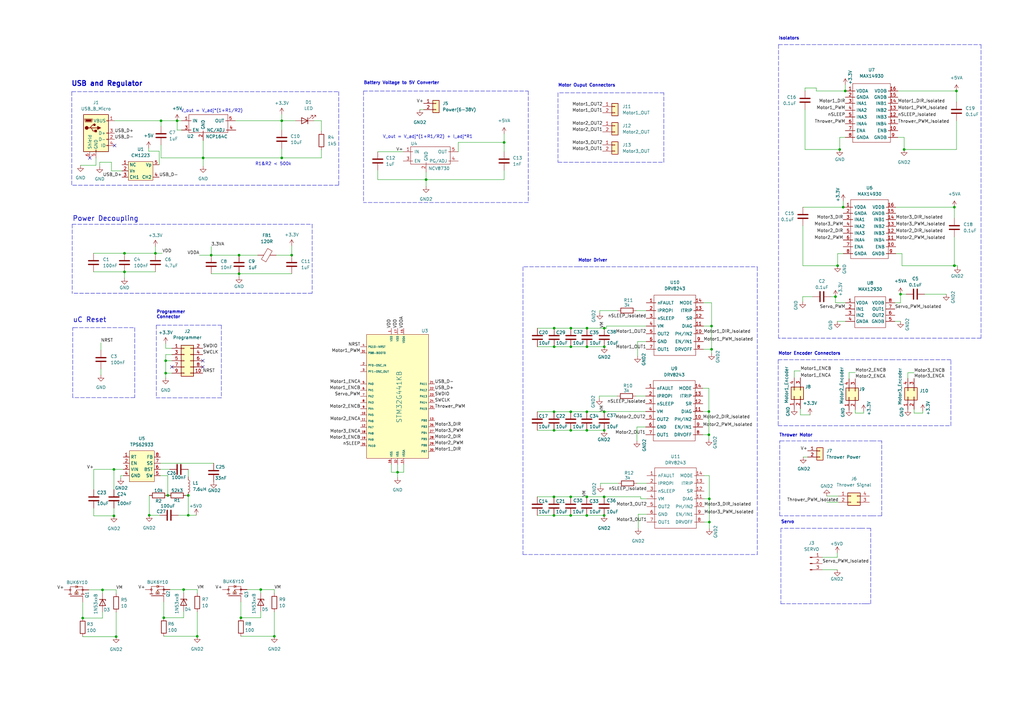
<source format=kicad_sch>
(kicad_sch (version 20211123) (generator eeschema)
  (paper "A3")
  (junction (at 370.8146 61.3156))
  (junction (at 290.9316 204.597))
  (junction (at 98.044 112.268))
  (junction (at 291.846 133.731))
  (junction (at 343.535 108.966))
  (junction (at 240.665 203.7842))
  (junction (at 51.054 103.886))
  (junction (at 240.7412 142.2146))
  (junction (at 83.312 64.77))
  (junction (at 67.945 147.955))
  (junction (at 47.625 261.112))
  (junction (at 234.1372 142.2146))
  (junction (at 247.777 203.7842))
  (junction (at 391.4394 108.966))
  (junction (at 72.644 49.53))
  (junction (at 80.899 260.985))
  (junction (at 227.2792 142.2146))
  (junction (at 290.957 214.122))
  (junction (at 115.57 49.53))
  (junction (at 345.821 84.963))
  (junction (at 42.037 241.935))
  (junction (at 369.3414 120.65))
  (junction (at 33.909 253.492))
  (junction (at 66.04 49.53))
  (junction (at 234.0864 168.8846))
  (junction (at 51.054 111.506))
  (junction (at 247.8532 134.5946))
  (junction (at 227.2792 134.5946))
  (junction (at 234.061 211.4042))
  (junction (at 247.8024 168.8846))
  (junction (at 391.4394 84.963))
  (junction (at 46.736 211.582))
  (junction (at 227.2284 168.8846))
  (junction (at 67.945 153.035))
  (junction (at 106.934 241.808))
  (junction (at 247.777 211.4042))
  (junction (at 291.846 143.256))
  (junction (at 391.4394 108.9406))
  (junction (at 63.754 103.886))
  (junction (at 67.183 253.365))
  (junction (at 112.522 260.985))
  (junction (at 119.634 104.648))
  (junction (at 290.7538 178.308))
  (junction (at 98.044 104.648))
  (junction (at 240.665 211.4042))
  (junction (at 234.061 203.7842))
  (junction (at 240.6904 176.5046))
  (junction (at 290.7538 168.783))
  (junction (at 392.2776 37.3126))
  (junction (at 234.1372 134.5946))
  (junction (at 247.8532 142.2146))
  (junction (at 227.2284 176.5046))
  (junction (at 206.756 58.42))
  (junction (at 344.3986 61.3156))
  (junction (at 174.752 73.66))
  (junction (at 46.736 192.532))
  (junction (at 234.0864 176.5046))
  (junction (at 247.8024 176.5046))
  (junction (at 240.7412 134.5946))
  (junction (at 163.068 193.675))
  (junction (at 68.834 203.2))
  (junction (at 227.203 203.7842))
  (junction (at 77.216 211.328))
  (junction (at 86.614 104.648))
  (junction (at 61.214 211.328))
  (junction (at 75.311 241.808))
  (junction (at 346.6846 37.3126))
  (junction (at 240.6904 168.8846))
  (junction (at 342.6714 121.666))
  (junction (at 77.216 203.2))
  (junction (at 227.203 211.4042))
  (junction (at 115.57 64.77))
  (junction (at 98.806 253.365))
  (no_connect (at 36.83 64.77))
  (no_connect (at 46.99 59.69))
  (no_connect (at 83.185 147.955))
  (no_connect (at 83.185 150.495))
  (no_connect (at 70.485 150.495))
  (wire (pts (xy 49.53 195.072) (xy 49.53 196.088)))
  (polyline (pts (xy 402.3614 138.684) (xy 319.3034 138.684)))
  (wire (pts (xy 374.904 169.418) (xy 378.46 169.418)))
  (wire (pts (xy 343.535 104.013) (xy 343.535 108.966)))
  (wire (pts (xy 334.8228 37.3126) (xy 334.8228 36.0934)))
  (polyline (pts (xy 353.06 216.662) (xy 355.092 216.662)))
  (wire (pts (xy 163.068 190.5) (xy 163.068 193.675)))
  (wire (pts (xy 98.044 112.268) (xy 119.634 112.268)))
  (wire (pts (xy 288.29 178.308) (xy 290.7538 178.308)))
  (polyline (pts (xy 216.662 83.058) (xy 149.098 83.058)))
  (wire (pts (xy 370.8146 61.3156) (xy 370.8146 56.3626)))
  (wire (pts (xy 260.9596 127.381) (xy 265.049 127.381)))
  (wire (pts (xy 240.6904 176.5046) (xy 247.8024 176.5046)))
  (wire (pts (xy 391.4394 84.963) (xy 391.4394 89.5096)))
  (wire (pts (xy 106.934 241.808) (xy 112.522 241.808)))
  (polyline (pts (xy 357.124 216.662) (xy 355.092 216.662)))
  (wire (pts (xy 392.7094 108.9406) (xy 392.7094 109.4486)))
  (wire (pts (xy 370.8146 61.3156) (xy 392.303 61.3156)))
  (wire (pts (xy 83.312 64.77) (xy 115.57 64.77)))
  (wire (pts (xy 119.634 100.838) (xy 119.634 104.648)))
  (wire (pts (xy 86.614 112.268) (xy 98.044 112.268)))
  (wire (pts (xy 290.7538 159.258) (xy 290.7538 168.783)))
  (wire (pts (xy 350.774 168.021) (xy 350.774 169.418)))
  (wire (pts (xy 163.068 193.675) (xy 163.068 195.834)))
  (wire (pts (xy 33.02 67.818) (xy 39.37 67.818)))
  (wire (pts (xy 66.04 59.436) (xy 66.04 64.77)))
  (wire (pts (xy 369.3414 120.65) (xy 371.6274 120.65)))
  (wire (pts (xy 240.7412 142.2146) (xy 247.8532 142.2146)))
  (wire (pts (xy 33.909 261.112) (xy 47.625 261.112)))
  (wire (pts (xy 329.311 84.963) (xy 345.821 84.963)))
  (wire (pts (xy 66.04 49.53) (xy 72.644 49.53)))
  (wire (pts (xy 262.7884 204.597) (xy 265.303 204.597)))
  (wire (pts (xy 367.0554 131.826) (xy 369.3414 131.826)))
  (polyline (pts (xy 237.1344 109.4486) (xy 214.503 109.4486)))
  (wire (pts (xy 165.608 190.5) (xy 165.608 193.675)))
  (wire (pts (xy 249.7074 168.8846) (xy 249.7074 168.783)))
  (wire (pts (xy 227.2284 168.8846) (xy 234.0864 168.8846)))
  (wire (pts (xy 379.2474 120.65) (xy 388.112 120.65)))
  (polyline (pts (xy 237.1598 227.4316) (xy 310.6166 227.4316)))
  (wire (pts (xy 372.364 152.908) (xy 374.904 152.908)))
  (polyline (pts (xy 319.151 147.574) (xy 319.151 174.625)))
  (wire (pts (xy 46.736 192.532) (xy 50.546 192.532)))
  (wire (pts (xy 206.756 58.42) (xy 206.756 62.23)))
  (wire (pts (xy 346.6846 37.3126) (xy 334.8228 37.3126)))
  (wire (pts (xy 253.1364 162.433) (xy 245.8212 162.433)))
  (wire (pts (xy 83.312 57.658) (xy 83.312 64.77)))
  (wire (pts (xy 39.37 67.818) (xy 39.37 64.77)))
  (wire (pts (xy 187.96 62.23) (xy 187.96 58.42)))
  (wire (pts (xy 76.454 203.2) (xy 77.216 203.2)))
  (wire (pts (xy 333.2734 121.666) (xy 329.2094 121.666)))
  (wire (pts (xy 378.46 169.418) (xy 378.46 168.529)))
  (wire (pts (xy 60.96 60.706) (xy 60.96 61.976)))
  (polyline (pts (xy 55.245 134.366) (xy 55.245 163.068)))
  (polyline (pts (xy 29.591 91.948) (xy 29.591 120.269)))
  (wire (pts (xy 288.798 204.597) (xy 290.9316 204.597)))
  (wire (pts (xy 75.311 241.808) (xy 80.899 241.808)))
  (wire (pts (xy 343.408 228.6) (xy 343.408 226.822)))
  (wire (pts (xy 174.752 73.66) (xy 154.94 73.66)))
  (wire (pts (xy 246.0244 127.381) (xy 246.0244 128.3716)))
  (wire (pts (xy 81.788 104.648) (xy 86.614 104.648)))
  (wire (pts (xy 206.756 54.864) (xy 206.756 58.42)))
  (polyline (pts (xy 138.938 37.592) (xy 138.938 75.946)))
  (polyline (pts (xy 355.092 247.65) (xy 357.124 247.65)))
  (wire (pts (xy 220.3704 168.8846) (xy 227.2284 168.8846)))
  (wire (pts (xy 253.5936 198.247) (xy 246.2784 198.247)))
  (wire (pts (xy 77.216 211.328) (xy 73.152 211.328)))
  (wire (pts (xy 337.312 233.68) (xy 343.408 233.68)))
  (wire (pts (xy 337.312 228.6) (xy 343.408 228.6)))
  (wire (pts (xy 38.481 211.582) (xy 46.736 211.582)))
  (wire (pts (xy 50.546 195.072) (xy 49.53 195.072)))
  (wire (pts (xy 38.354 111.506) (xy 51.054 111.506)))
  (polyline (pts (xy 29.464 37.592) (xy 138.938 37.592)))
  (wire (pts (xy 334.8228 36.0934) (xy 330.1746 36.0934)))
  (wire (pts (xy 46.99 49.53) (xy 66.04 49.53)))
  (wire (pts (xy 33.909 247.015) (xy 33.909 253.492)))
  (wire (pts (xy 227.2792 142.2146) (xy 234.1372 142.2146)))
  (wire (pts (xy 172.212 44.958) (xy 173.736 44.958)))
  (wire (pts (xy 261.239 175.133) (xy 264.795 175.133)))
  (wire (pts (xy 206.756 69.85) (xy 206.756 73.66)))
  (wire (pts (xy 220.4212 134.5946) (xy 227.2792 134.5946)))
  (wire (pts (xy 68.834 195.072) (xy 68.834 203.2)))
  (wire (pts (xy 392.303 37.3126) (xy 392.303 41.8592)))
  (wire (pts (xy 329.2094 121.666) (xy 329.2094 123.698)))
  (wire (pts (xy 96.52 49.53) (xy 115.57 49.53)))
  (polyline (pts (xy 138.938 75.946) (xy 29.464 75.946)))
  (wire (pts (xy 369.951 108.966) (xy 369.951 104.013)))
  (wire (pts (xy 290.7538 159.258) (xy 288.29 159.258)))
  (wire (pts (xy 368.2746 37.3126) (xy 392.2776 37.3126)))
  (wire (pts (xy 348.234 155.321) (xy 348.234 152.781)))
  (wire (pts (xy 247.8024 168.8846) (xy 249.7074 168.8846)))
  (wire (pts (xy 354.203 169.418) (xy 354.203 168.656)))
  (polyline (pts (xy 29.845 134.366) (xy 30.226 134.366)))
  (wire (pts (xy 290.7538 178.308) (xy 290.7538 180.1876)))
  (wire (pts (xy 325.755 154.94) (xy 325.755 152.146)))
  (wire (pts (xy 291.846 133.731) (xy 288.544 133.731)))
  (wire (pts (xy 248.7676 134.5946) (xy 248.7676 133.731)))
  (wire (pts (xy 288.798 214.122) (xy 290.957 214.122)))
  (wire (pts (xy 113.284 104.648) (xy 119.634 104.648)))
  (wire (pts (xy 290.9316 204.597) (xy 290.957 204.597)))
  (wire (pts (xy 342.6714 121.666) (xy 342.6714 124.206)))
  (wire (pts (xy 106.934 241.808) (xy 106.934 243.205)))
  (wire (pts (xy 67.945 145.415) (xy 70.485 145.415)))
  (wire (pts (xy 330.1746 36.0934) (xy 330.1746 37.3126)))
  (wire (pts (xy 392.303 49.4792) (xy 392.303 61.3156)))
  (wire (pts (xy 45.72 66.548) (xy 40.894 66.548)))
  (wire (pts (xy 115.57 49.53) (xy 115.57 53.34)))
  (wire (pts (xy 61.214 211.328) (xy 65.532 211.328)))
  (wire (pts (xy 369.951 108.966) (xy 391.4394 108.966)))
  (wire (pts (xy 345.821 82.3976) (xy 345.821 84.963)))
  (wire (pts (xy 262.7884 203.7842) (xy 262.7884 204.597)))
  (wire (pts (xy 106.934 253.365) (xy 98.806 253.365)))
  (wire (pts (xy 42.037 241.935) (xy 42.037 243.332)))
  (wire (pts (xy 290.7538 168.783) (xy 290.7538 178.308)))
  (wire (pts (xy 261.2136 198.247) (xy 265.303 198.247)))
  (polyline (pts (xy 214.503 227.4316) (xy 237.1852 227.4316)))
  (wire (pts (xy 261.493 140.081) (xy 265.049 140.081)))
  (wire (pts (xy 240.7412 134.5946) (xy 247.8532 134.5946)))
  (wire (pts (xy 220.3704 176.5046) (xy 227.2284 176.5046)))
  (wire (pts (xy 374.904 167.894) (xy 374.904 169.418)))
  (wire (pts (xy 330.1746 61.3156) (xy 344.3986 61.3156)))
  (wire (pts (xy 344.3986 56.3626) (xy 346.6846 56.3626)))
  (wire (pts (xy 288.29 168.783) (xy 290.7538 168.783)))
  (wire (pts (xy 288.544 124.206) (xy 291.846 124.206)))
  (wire (pts (xy 51.054 103.886) (xy 63.754 103.886)))
  (wire (pts (xy 83.312 64.77) (xy 83.312 68.199)))
  (wire (pts (xy 288.544 143.256) (xy 291.846 143.256)))
  (wire (pts (xy 330.1746 44.9326) (xy 330.1746 61.3156)))
  (polyline (pts (xy 361.6706 180.848) (xy 357.4034 180.848)))
  (polyline (pts (xy 357.124 247.65) (xy 357.124 216.662)))
  (wire (pts (xy 65.786 192.532) (xy 69.596 192.532)))
  (wire (pts (xy 65.786 195.072) (xy 68.834 195.072)))
  (wire (pts (xy 247.8532 134.5946) (xy 248.7676 134.5946)))
  (wire (pts (xy 67.945 142.875) (xy 70.485 142.875)))
  (wire (pts (xy 67.183 246.888) (xy 67.183 253.365)))
  (polyline (pts (xy 310.6166 109.4486) (xy 310.6166 227.4316)))
  (wire (pts (xy 391.4394 97.1296) (xy 391.4394 108.9406)))
  (wire (pts (xy 42.037 253.492) (xy 33.909 253.492)))
  (polyline (pts (xy 228.854 38.1) (xy 228.854 66.548)))
  (wire (pts (xy 66.04 64.77) (xy 83.312 64.77)))
  (polyline (pts (xy 29.845 163.068) (xy 29.845 134.366)))
  (wire (pts (xy 36.449 241.935) (xy 42.037 241.935)))
  (wire (pts (xy 291.846 143.256) (xy 291.846 133.731)))
  (wire (pts (xy 391.4394 108.9406) (xy 391.4394 108.966)))
  (wire (pts (xy 163.068 193.675) (xy 165.608 193.675)))
  (wire (pts (xy 392.2776 37.3126) (xy 392.303 37.3126)))
  (wire (pts (xy 290.9316 195.072) (xy 288.798 195.072)))
  (wire (pts (xy 61.214 203.2) (xy 61.214 211.328)))
  (wire (pts (xy 290.957 214.122) (xy 290.957 216.789)))
  (wire (pts (xy 367.0554 124.206) (xy 369.3414 124.206)))
  (wire (pts (xy 240.665 211.4042) (xy 247.777 211.4042)))
  (wire (pts (xy 234.061 203.7842) (xy 240.665 203.7842)))
  (wire (pts (xy 369.3414 124.206) (xy 369.3414 120.65)))
  (wire (pts (xy 67.945 153.035) (xy 70.485 153.035)))
  (polyline (pts (xy 64.135 133.35) (xy 90.805 133.35)))
  (polyline (pts (xy 319.151 147.574) (xy 366.649 147.574)))
  (wire (pts (xy 291.846 133.731) (xy 291.846 124.206)))
  (wire (pts (xy 227.203 203.7842) (xy 234.061 203.7842)))
  (wire (pts (xy 247.777 203.7842) (xy 262.7884 203.7842)))
  (wire (pts (xy 346.6846 34.798) (xy 346.6846 37.3126)))
  (wire (pts (xy 65.786 189.992) (xy 87.63 189.992)))
  (wire (pts (xy 340.8934 121.666) (xy 342.6714 121.666)))
  (wire (pts (xy 240.665 203.7842) (xy 247.777 203.7842)))
  (wire (pts (xy 220.345 211.4042) (xy 227.203 211.4042)))
  (wire (pts (xy 339.09 203.454) (xy 343.916 203.454)))
  (polyline (pts (xy 320.294 247.65) (xy 353.06 247.65)))
  (wire (pts (xy 67.945 147.955) (xy 67.945 145.415)))
  (wire (pts (xy 367.411 104.013) (xy 369.951 104.013)))
  (polyline (pts (xy 29.464 37.592) (xy 29.464 75.946)))
  (wire (pts (xy 367.411 84.963) (xy 391.4394 84.963)))
  (wire (pts (xy 86.614 104.648) (xy 98.044 104.648)))
  (wire (pts (xy 67.945 154.94) (xy 67.945 153.035)))
  (wire (pts (xy 290.957 204.597) (xy 290.957 214.122)))
  (wire (pts (xy 63.754 101.092) (xy 63.754 103.886)))
  (wire (pts (xy 66.04 49.53) (xy 66.04 51.816)))
  (wire (pts (xy 67.945 153.035) (xy 67.945 147.955)))
  (wire (pts (xy 174.752 70.612) (xy 174.752 73.66)))
  (wire (pts (xy 328.295 170.18) (xy 332.232 170.18)))
  (wire (pts (xy 131.826 49.53) (xy 131.826 53.848)))
  (wire (pts (xy 75.311 241.808) (xy 75.311 243.205)))
  (polyline (pts (xy 390.017 147.574) (xy 366.649 147.574)))
  (wire (pts (xy 115.57 49.53) (xy 121.158 49.53)))
  (wire (pts (xy 260.7564 162.433) (xy 264.795 162.433)))
  (polyline (pts (xy 272.288 66.548) (xy 272.288 38.1)))
  (polyline (pts (xy 319.151 174.625) (xy 390.017 174.625)))
  (wire (pts (xy 325.755 152.146) (xy 328.295 152.146)))
  (wire (pts (xy 234.1372 134.5946) (xy 240.7412 134.5946)))
  (wire (pts (xy 46.736 208.407) (xy 46.736 211.582)))
  (wire (pts (xy 261.493 140.081) (xy 261.493 146.1008)))
  (wire (pts (xy 67.945 140.97) (xy 67.945 142.875)))
  (wire (pts (xy 261.747 210.947) (xy 261.747 216.662)))
  (wire (pts (xy 329.311 108.966) (xy 343.535 108.966)))
  (wire (pts (xy 77.216 192.532) (xy 77.216 195.58)))
  (wire (pts (xy 47.625 241.935) (xy 47.625 243.459)))
  (wire (pts (xy 131.826 64.77) (xy 115.57 64.77)))
  (wire (pts (xy 115.57 60.96) (xy 115.57 64.77)))
  (wire (pts (xy 343.4334 131.826) (xy 346.7354 131.826)))
  (polyline (pts (xy 320.04 180.848) (xy 357.632 180.848)))
  (polyline (pts (xy 272.288 38.1) (xy 228.854 38.1)))
  (wire (pts (xy 329.438 187.452) (xy 331.216 187.452)))
  (polyline (pts (xy 319.3034 18.288) (xy 319.3034 138.684)))
  (polyline (pts (xy 30.226 134.366) (xy 55.245 134.366)))
  (wire (pts (xy 67.945 147.955) (xy 70.485 147.955)))
  (wire (pts (xy 72.644 53.34) (xy 74.422 53.34)))
  (polyline (pts (xy 128.016 120.269) (xy 29.591 120.269)))
  (wire (pts (xy 290.9316 204.597) (xy 290.9316 195.072)))
  (polyline (pts (xy 149.098 37.338) (xy 216.662 37.338)))
  (wire (pts (xy 98.044 112.268) (xy 98.044 113.538)))
  (wire (pts (xy 86.614 101.092) (xy 86.614 104.648)))
  (wire (pts (xy 131.826 61.468) (xy 131.826 64.77)))
  (wire (pts (xy 160.528 193.675) (xy 163.068 193.675)))
  (wire (pts (xy 220.4212 142.2146) (xy 227.2792 142.2146)))
  (polyline (pts (xy 319.3034 18.288) (xy 402.3614 18.288)))
  (wire (pts (xy 368.2746 56.3626) (xy 370.8146 56.3626)))
  (wire (pts (xy 50.038 70.104) (xy 45.72 70.104)))
  (wire (pts (xy 38.354 103.886) (xy 51.054 103.886)))
  (wire (pts (xy 227.2792 134.5946) (xy 234.1372 134.5946)))
  (wire (pts (xy 253.3396 127.381) (xy 246.0244 127.381)))
  (wire (pts (xy 67.183 260.985) (xy 80.899 260.985)))
  (polyline (pts (xy 214.503 109.4486) (xy 214.503 227.4316)))
  (wire (pts (xy 42.037 250.952) (xy 42.037 253.492)))
  (polyline (pts (xy 228.854 66.548) (xy 272.288 66.548)))
  (wire (pts (xy 261.239 175.133) (xy 261.239 180.848)))
  (wire (pts (xy 38.481 208.407) (xy 38.481 211.582)))
  (polyline (pts (xy 90.805 133.35) (xy 90.805 163.195)))
  (polyline (pts (xy 355.092 247.65) (xy 353.06 247.65)))
  (wire (pts (xy 47.625 261.112) (xy 47.625 251.079)))
  (wire (pts (xy 45.72 70.104) (xy 45.72 66.548)))
  (wire (pts (xy 344.3986 56.3626) (xy 344.3986 61.3156)))
  (wire (pts (xy 342.6714 124.206) (xy 346.7354 124.206)))
  (wire (pts (xy 98.806 246.888) (xy 98.806 253.365)))
  (wire (pts (xy 75.311 253.365) (xy 67.183 253.365)))
  (polyline (pts (xy 216.662 37.338) (xy 216.662 83.058)))
  (wire (pts (xy 348.234 152.781) (xy 350.774 152.781)))
  (wire (pts (xy 227.2284 176.5046) (xy 234.0864 176.5046)))
  (wire (pts (xy 72.644 53.34) (xy 72.644 49.53)))
  (polyline (pts (xy 353.06 216.662) (xy 320.294 216.662)))
  (wire (pts (xy 343.535 104.013) (xy 345.821 104.013)))
  (wire (pts (xy 234.061 211.4042) (xy 240.665 211.4042)))
  (wire (pts (xy 75.311 250.825) (xy 75.311 253.365)))
  (wire (pts (xy 41.402 140.589) (xy 41.402 143.637)))
  (wire (pts (xy 72.644 49.53) (xy 74.422 49.53)))
  (polyline (pts (xy 390.017 174.625) (xy 390.017 147.574)))
  (wire (pts (xy 112.522 260.985) (xy 112.522 250.952)))
  (polyline (pts (xy 29.591 91.948) (xy 128.016 91.948)))
  (wire (pts (xy 234.0864 176.5046) (xy 240.6904 176.5046)))
  (wire (pts (xy 261.747 210.947) (xy 265.303 210.947)))
  (wire (pts (xy 245.8212 162.433) (xy 245.8212 163.4236)))
  (wire (pts (xy 98.044 104.648) (xy 105.664 104.648)))
  (wire (pts (xy 234.1372 142.2146) (xy 240.7412 142.2146)))
  (wire (pts (xy 350.774 169.418) (xy 354.203 169.418)))
  (wire (pts (xy 101.346 241.808) (xy 106.934 241.808)))
  (wire (pts (xy 60.96 61.976) (xy 65.278 61.976)))
  (wire (pts (xy 80.899 260.985) (xy 80.899 250.952)))
  (wire (pts (xy 38.481 200.787) (xy 38.481 192.532)))
  (wire (pts (xy 65.278 61.976) (xy 65.278 67.564)))
  (polyline (pts (xy 319.786 180.848) (xy 320.04 180.848)))
  (polyline (pts (xy 357.6574 211.582) (xy 361.6706 211.582)))
  (polyline (pts (xy 237.1598 109.4486) (xy 310.6166 109.4486)))
  (polyline (pts (xy 320.294 216.662) (xy 320.294 247.65)))
  (wire (pts (xy 291.846 145.0086) (xy 291.846 143.256)))
  (wire (pts (xy 80.899 241.808) (xy 80.899 243.332)))
  (wire (pts (xy 106.934 250.825) (xy 106.934 253.365)))
  (polyline (pts (xy 357.632 211.582) (xy 319.786 211.582)))
  (wire (pts (xy 41.402 151.257) (xy 41.402 153.797)))
  (wire (pts (xy 372.364 155.194) (xy 372.364 152.908)))
  (polyline (pts (xy 64.135 133.35) (xy 64.135 163.195)))
  (wire (pts (xy 328.295 167.64) (xy 328.295 170.18)))
  (wire (pts (xy 115.57 46.863) (xy 115.57 49.53)))
  (wire (pts (xy 63.754 103.886) (xy 66.548 103.886)))
  (polyline (pts (xy 128.016 91.948) (xy 128.016 120.269)))
  (wire (pts (xy 154.94 62.23) (xy 165.354 62.23)))
  (wire (pts (xy 128.778 49.53) (xy 131.826 49.53)))
  (polyline (pts (xy 90.805 163.195) (xy 64.135 163.195)))
  (polyline (pts (xy 55.245 163.068) (xy 29.845 163.068)))
  (wire (pts (xy 38.481 192.532) (xy 46.736 192.532)))
  (wire (pts (xy 112.522 241.808) (xy 112.522 243.332)))
  (wire (pts (xy 51.054 111.506) (xy 51.054 114.046)))
  (wire (pts (xy 40.894 66.548) (xy 40.894 68.326)))
  (polyline (pts (xy 361.6706 211.582) (xy 361.6706 180.848)))
  (wire (pts (xy 174.752 73.66) (xy 206.756 73.66)))
  (wire (pts (xy 187.96 58.42) (xy 206.756 58.42)))
  (wire (pts (xy 42.037 241.935) (xy 47.625 241.935)))
  (wire (pts (xy 339.09 205.994) (xy 343.916 205.994)))
  (polyline (pts (xy 149.098 37.338) (xy 149.098 83.058)))
  (polyline (pts (xy 319.786 211.582) (xy 319.786 180.848)))
  (wire (pts (xy 46.736 192.532) (xy 46.736 200.787)))
  (wire (pts (xy 240.6904 168.8846) (xy 247.8024 168.8846)))
  (wire (pts (xy 234.0864 168.8846) (xy 240.6904 168.8846)))
  (wire (pts (xy 51.054 111.506) (xy 63.754 111.506)))
  (wire (pts (xy 77.216 211.328) (xy 80.518 211.328)))
  (wire (pts (xy 227.203 211.4042) (xy 234.061 211.4042)))
  (wire (pts (xy 220.345 203.7842) (xy 227.203 203.7842)))
  (wire (pts (xy 329.311 92.583) (xy 329.311 108.966)))
  (wire (pts (xy 248.7676 133.731) (xy 265.049 133.731)))
  (wire (pts (xy 246.2784 198.247) (xy 246.2784 199.2376)))
  (wire (pts (xy 249.7074 168.783) (xy 264.795 168.783)))
  (wire (pts (xy 391.4394 108.9406) (xy 392.7094 108.9406)))
  (wire (pts (xy 174.752 73.66) (xy 174.752 76.454)))
  (wire (pts (xy 160.528 190.5) (xy 160.528 193.675)))
  (wire (pts (xy 69.723 241.808) (xy 75.311 241.808)))
  (polyline (pts (xy 402.3614 18.288) (xy 402.3614 138.684)))
  (wire (pts (xy 154.94 73.66) (xy 154.94 69.85)))
  (wire (pts (xy 77.216 203.2) (xy 77.216 211.328)))
  (wire (pts (xy 98.806 260.985) (xy 112.522 260.985)))
  (text "Power Decoupling" (at 29.718 90.932 0) (effects (font (size 2 2) (thickness 0.254) bold) (justify left bottom)))
  (text "Isolators\n" (at 319.278 16.51 0) (effects (font (size 1.27 1.27) bold) (justify left bottom)))
  (text "USB and Regulator\n" (at 29.21 35.56 0) (effects (font (size 2 2) (thickness 0.4) bold) (justify left bottom)))
  (text "Motor Driver" (at 237.0836 107.5944 0) (effects (font (size 1.27 1.27) bold) (justify left bottom)))
  (text "Servo\n" (at 320.294 214.884 0) (effects (font (size 1.27 1.27) bold) (justify left bottom)))
  (text "Motor Encoder Connectors" (at 319.151 145.796 0) (effects (font (size 1.27 1.27) bold) (justify left bottom)))
  (text "uC Reset\n" (at 29.845 132.461 0) (effects (font (size 2 2) (thickness 0.254) bold) (justify left bottom)))
  (text "Battery Voltage to 5V Converter" (at 149.098 34.798 0) (effects (font (size 1.27 1.27) (thickness 0.254) bold) (justify left bottom)))
  (text "R1&R2 < 500k" (at 104.648 68.072 0) (effects (font (size 1.27 1.27)) (justify left bottom)))
  (text "V_out = V_adj*(1+R1/R2) + I_adj*R1" (at 156.972 56.896 0) (effects (font (size 1.27 1.27)) (justify left bottom)))
  (text "Motor Ouput Connectors\n" (at 228.854 35.814 0) (effects (font (size 1.27 1.27) (thickness 0.254) bold) (justify left bottom)))
  (text "V_out = V_adj*(1+R1/R2)" (at 74.168 46.228 0) (effects (font (size 1.27 1.27)) (justify left bottom)))
  (text "Thrower Motor\n	" (at 319.532 181.356 0) (effects (font (size 1.27 1.27) bold) (justify left bottom)))
  (text "Programmer\nConnector" (at 64.135 130.81 0) (effects (font (size 1.27 1.27) (thickness 0.254) bold) (justify left bottom)))
  (label "Motor1_PWM" (at 346.6846 45.1866 180))
  (label "Thrower_PWM_Isolated" (at 343.916 205.994 180))
  (label "Motor1_DIR" (at 346.6846 42.3926 180))
  (label "SWCLK" (at 178.308 165.1 0))
  (label "Motor3_ENCA" (at 374.904 155.194 0))
  (label "Motor2_OUT1" (at 264.795 178.308 180))
  (label "Motor1_DIR_Isolated" (at 288.544 136.906 0))
  (label "SWDIO" (at 178.308 162.56 0))
  (label "Motor3_DIR" (at 178.308 175.006 0))
  (label "Motor3_DIR_Isolated" (at 367.411 90.043 0))
  (label "Motor2_ENCB" (at 147.828 167.64 180))
  (label "Thrower_PWM" (at 346.6846 50.7746 180))
  (label "Motor3_ENCB" (at 147.828 180.34 180))
  (label "VDDA" (at 165.608 134.62 90))
  (label "SWDIO" (at 83.185 142.875 0))
  (label "USB_D+" (at 178.308 160.02 0))
  (label "Motor3_ENCB" (at 374.904 152.908 0))
  (label "Motor1_OUT1" (at 265.049 143.256 180))
  (label "VM" (at 47.625 241.935 0))
  (label "NRST" (at 83.185 153.035 0))
  (label "Motor3_PWM_Isolated" (at 288.798 210.947 0))
  (label "Motor1_OUT1" (at 247.142 46.228 180))
  (label "Motor1_ENCB" (at 147.828 160.02 180))
  (label "V+" (at 38.481 192.5574 180))
  (label "Motor2_OUT2" (at 264.795 171.958 180))
  (label "VM" (at 112.522 241.808 0))
  (label "Motor3_DIR_Isolated" (at 288.798 207.772 0))
  (label "Motor2_ENCB" (at 350.774 152.781 0))
  (label "VM" (at 80.899 241.808 0))
  (label "Motor1_PWM_Isolated" (at 288.544 140.081 0))
  (label "Motor2_DIR" (at 178.308 180.086 0))
  (label "NRST" (at 147.828 142.24 180))
  (label "Motor2_OUT2" (at 247.142 51.562 180))
  (label "SWCLK" (at 83.185 145.415 0))
  (label "nSLEEP" (at 346.6846 47.9806 180))
  (label "V+" (at 173.736 42.418 180))
  (label "Motor3_ENCA" (at 147.828 177.8 180))
  (label "Motor2_PWM" (at 345.821 98.425 180))
  (label "Motor2_DIR_Isolated" (at 367.411 95.631 0))
  (label "Motor1_ENCB" (at 328.295 152.146 0))
  (label "V+" (at 26.289 241.935 180))
  (label "Thrower_PWM" (at 178.308 167.64 0))
  (label "Motor3_DIR" (at 345.821 90.043 180))
  (label "VM" (at 247.8024 168.8846 90))
  (label "VDD" (at 160.528 134.62 90))
  (label "Thrower_PWM_Isolated" (at 368.2746 50.7746 0))
  (label "VDD" (at 163.068 134.62 90))
  (label "V+" (at 91.186 241.808 180))
  (label "USB_D-" (at 65.278 72.644 0))
  (label "Motor1_DIR_Isolated" (at 368.2746 42.3926 0))
  (label "V+" (at 165.354 62.23 180))
  (label "Motor2_OUT1" (at 247.142 54.102 180))
  (label "Motor3_OUT2" (at 265.303 207.772 180))
  (label "nSLEEP" (at 147.828 182.88 180))
  (label "Servo_PWM" (at 147.828 162.56 180))
  (label "Motor1_DIR" (at 178.308 185.166 0))
  (label "USB_D-" (at 46.99 57.15 0))
  (label "Motor1_OUT2" (at 247.142 43.688 180))
  (label "nSLEEP_Isolated" (at 264.795 165.608 180))
  (label "USB_D-" (at 178.308 157.48 0))
  (label "Motor3_PWM" (at 178.308 177.546 0))
  (label "Motor2_ENCA" (at 147.828 172.72 180))
  (label "Motor1_ENCA" (at 328.295 154.94 0))
  (label "VDDA" (at 81.788 104.648 180))
  (label "USB_D+" (at 46.99 54.61 0))
  (label "Motor2_DIR_Isolated" (at 288.29 171.958 0))
  (label "Motor2_PWM_Isolated" (at 367.411 98.425 0))
  (label "3.3VA" (at 86.614 101.092 0))
  (label "nSLEEP_Isolated" (at 368.2746 47.9806 0))
  (label "Motor1_PWM" (at 147.828 144.78 180))
  (label "nSLEEP_Isolated" (at 265.303 201.422 180))
  (label "VDD" (at 66.548 103.886 0))
  (label "VM" (at 240.6396 203.7842 90))
  (label "Servo_PWM_Isolated" (at 337.312 231.14 0))
  (label "Motor3_OUT2" (at 247.142 59.436 180))
  (label "Motor1_OUT2" (at 265.049 136.906 180))
  (label "Motor3_OUT1" (at 265.303 214.122 180))
  (label "Motor3_OUT1" (at 247.142 61.976 180))
  (label "Motor2_ENCA" (at 350.774 155.321 0))
  (label "VM" (at 247.8532 134.5946 90))
  (label "V+" (at 331.216 184.912 180))
  (label "Motor2_PWM_Isolated" (at 288.29 175.133 0))
  (label "NRST" (at 41.402 140.589 0))
  (label "Motor1_PWM_Isolated" (at 368.2746 45.1866 0))
  (label "Motor3_PWM_Isolated" (at 367.411 92.837 0))
  (label "USB_D+" (at 50.038 72.644 180))
  (label "nSLEEP_Isolated" (at 265.049 130.556 180))
  (label "Motor1_ENCA" (at 147.828 157.48 180))
  (label "Servo_PWM_Isolated" (at 367.0554 126.746 0))
  (label "Motor2_PWM" (at 178.308 182.626 0))
  (label "Motor3_PWM" (at 345.821 92.837 180))
  (label "Servo_PWM" (at 346.7354 126.746 180))
  (label "V+" (at 59.563 241.808 180))
  (label "Motor2_DIR" (at 345.821 95.631 180))
  (symbol (lib_id "Device:C") (at 63.754 107.696 0) (unit 1)
    (property "Reference" "C6" (at 67.564 106.4259 0) (effects (justify left)))
    (property "Value" "4.7uF" (at 67.564 108.9659 0) (effects (justify left)))
    (property "Footprint" "Capacitor_SMD:C_0603_1608Metric" (effects hide))
  )
  (symbol (lib_id "Device:C") (at 234.0864 172.6946 0) (unit 1)
    (property "Reference" "C31" (at 235.1024 170.4086 0) (effects (justify left)))
    (property "Value" "10uF" (at 234.8484 174.9806 0) (effects (justify left)))
    (property "Footprint" "Capacitor_SMD:C_0603_1608Metric" (effects hide))
  )
  (symbol (lib_id "Device:C") (at 73.406 192.532 90) (unit 1)
    (property "Reference" "C26" (at 70.358 194.056 90))
    (property "Value" "100nF" (at 73.406 195.834 90))
    (property "Footprint" "Capacitor_SMD:C_0603_1608Metric" (effects hide))
  )
  (symbol (lib_id "power:GND") (at 41.402 153.797 0) (unit 1)
    (property "Reference" "#PWR0107" (effects hide))
    (property "Value" "GND" (at 41.402 158.877 0))
  )
  (symbol (lib_id "power:GND2") (at 47.625 261.112 0) (unit 1)
    (property "Reference" "#PWR02" (effects hide))
    (property "Value" "GND2" (at 47.625 266.319 0))
  )
  (symbol (lib_id "Connector_Generic:Conn_02x02_Counter_Clockwise") (at 372.364 162.814 90) (unit 1)
    (property "Reference" "J10" (at 377.19 160.2739 90) (effects (justify right)))
    (property "Value" "Motor3_Encoder" (at 369.062 150.876 0) (effects (justify right)))
    (property "Footprint" "Micro-MaTch215079-4:TE_7-215079-4" (effects hide))
  )
  (symbol (lib_id "Device:R") (at 257.4036 198.247 90) (unit 1)
    (property "Reference" "R12" (at 257.9878 194.0052 90))
    (property "Value" "3k" (at 257.429 195.9864 90))
    (property "Footprint" "Resistor_SMD:R_0603_1608Metric" (effects hide))
  )
  (symbol (lib_id "Device:LED") (at 124.968 49.53 180) (unit 1)
    (property "Reference" "D1" (at 126.5555 41.91 0))
    (property "Value" "LED" (at 126.5555 44.45 0))
    (property "Footprint" "LED_SMD:LED_0603_1608Metric" (effects hide))
  )
  (symbol (lib_id "DRV8243:DRV8243") (at 268.478 216.662 0) (unit 1)
    (property "Reference" "U11" (at 277.0505 187.2488 0))
    (property "Value" "DRV8243" (at 277.0505 189.7888 0))
    (property "Footprint" "DRV8243:DRV8243" (effects hide))
  )
  (symbol (lib_id "Device:C") (at 38.354 107.696 0) (unit 1)
    (property "Reference" "C1" (at 42.164 106.4259 0) (effects (justify left)))
    (property "Value" "100nF" (at 42.164 108.9659 0) (effects (justify left)))
    (property "Footprint" "Capacitor_SMD:C_0603_1608Metric" (effects hide))
  )
  (symbol (lib_id "power:GND") (at 325.755 167.64 0) (unit 1)
    (property "Reference" "#PWR0128" (effects hide))
    (property "Value" "GND" (at 323.215 168.783 90))
  )
  (symbol (lib_id "Device:C") (at 240.665 207.5942 0) (unit 1)
    (property "Reference" "C33" (at 241.681 205.5622 0) (effects (justify left)))
    (property "Value" "10uF" (at 241.681 209.8802 0) (effects (justify left)))
    (property "Footprint" "Capacitor_SMD:C_0603_1608Metric" (effects hide))
  )
  (symbol (lib_id "power:GND") (at 344.3986 61.3156 0) (unit 1)
    (property "Reference" "#PWR0102" (effects hide))
    (property "Value" "GND" (at 344.4494 65.405 0))
  )
  (symbol (lib_id "NCP164C:NCP164C") (at 77.47 54.356 0) (unit 1)
    (property "Reference" "U2" (at 78.105 55.88 0))
    (property "Value" "NCP164C" (at 88.8492 56.007 0))
    (property "Footprint" "NCP164C:SOP95P275X110-5N" (effects hide))
  )
  (symbol (lib_id "BUK6Y10:BUK6Y10") (at 96.266 241.808 90) (unit 1)
    (property "Reference" "Q3" (at 101.092 243.84 0))
    (property "Value" "BUK6Y10" (at 95.758 238.506 90))
    (property "Footprint" "BUK6Y10:TO127P600X120-5N" (effects hide))
  )
  (symbol (lib_id "Device:C") (at 87.63 193.802 0) (unit 1)
    (property "Reference" "C25" (at 88.392 191.516 0) (effects (justify left)))
    (property "Value" "33nF" (at 88.138 196.088 0) (effects (justify left)))
    (property "Footprint" "Capacitor_SMD:C_0603_1608Metric" (effects hide))
  )
  (symbol (lib_id "power:GND") (at 348.234 168.021 0) (unit 1)
    (property "Reference" "#PWR0114" (effects hide))
    (property "Value" "GND" (at 345.694 169.164 90))
  )
  (symbol (lib_id "Connector_Generic:Conn_01x02") (at 178.816 42.418 0) (unit 1)
    (property "Reference" "J5" (at 181.483 42.4179 0) (effects (justify left)))
    (property "Value" "Power(6-38V)" (at 181.483 44.9579 0) (effects (justify left)))
    (property "Footprint" "Connector_PinHeader_2.54mm:PinHeader_1x02_P2.54mm_Vertical_SMD_Pin1Right" (effects hide))
  )
  (symbol (lib_id "power:+5VA") (at 206.756 54.864 0) (unit 1)
    (property "Reference" "#PWR023" (effects hide))
    (property "Value" "+5VA" (at 206.756 49.4538 0))
  )
  (symbol (lib_id "Device:C") (at 154.94 66.04 0) (unit 1)
    (property "Reference" "C12" (at 158.242 64.7699 0) (effects (justify left)))
    (property "Value" "1uF" (at 158.242 67.3099 0) (effects (justify left)))
    (property "Footprint" "Capacitor_SMD:C_0603_1608Metric" (effects hide))
  )
  (symbol (lib_id "power:+3.3V") (at 346.6846 34.798 0) (mirror y) (unit 1)
    (property "Reference" "#PWR0124" (effects hide))
    (property "Value" "+3.3V" (at 348.7166 31.75 90))
  )
  (symbol (lib_id "Device:C") (at 330.1746 41.1226 0) (mirror x) (unit 1)
    (property "Reference" "C16" (at 326.6186 39.8525 0) (effects (justify right)))
    (property "Value" "0.1uF" (at 326.6186 42.3925 0) (effects (justify right)))
    (property "Footprint" "Capacitor_SMD:C_0603_1608Metric" (effects hide))
  )
  (symbol (lib_id "Device:C") (at 392.303 45.6692 180) (unit 1)
    (property "Reference" "C19" (at 395.986 44.3991 0) (effects (justify right)))
    (property "Value" "0.1uF" (at 395.986 46.9391 0) (effects (justify right)))
    (property "Footprint" "Capacitor_SMD:C_0603_1608Metric" (effects hide))
  )
  (symbol (lib_id "power:GND") (at 83.312 68.199 0) (unit 1)
    (property "Reference" "#PWR0108" (effects hide))
    (property "Value" "GND" (at 83.312 73.279 0))
  )
  (symbol (lib_id "Device:C") (at 234.1372 138.4046 0) (unit 1)
    (property "Reference" "C32" (at 235.1532 136.1186 0) (effects (justify left)))
    (property "Value" "10uF" (at 234.8992 140.6906 0) (effects (justify left)))
    (property "Footprint" "Capacitor_SMD:C_0603_1608Metric" (effects hide))
  )
  (symbol (lib_id "power:GND2") (at 329.438 187.452 0) (unit 1)
    (property "Reference" "#PWR022" (effects hide))
    (property "Value" "GND2" (at 329.692 192.278 0))
  )
  (symbol (lib_id "Device:R") (at 131.826 57.658 0) (unit 1)
    (property "Reference" "R4" (at 134.366 56.3879 0) (effects (justify left)))
    (property "Value" "1k5" (at 134.366 58.9279 0) (effects (justify left)))
    (property "Footprint" "Resistor_SMD:R_0603_1608Metric" (effects hide))
  )
  (symbol (lib_id "power:GND2") (at 246.0244 128.3716 0) (mirror y) (unit 1)
    (property "Reference" "#PWR016" (effects hide))
    (property "Value" "GND2" (at 243.4844 129.667 90))
  )
  (symbol (lib_id "power:+3.3V") (at 119.634 100.838 0) (unit 1)
    (property "Reference" "#PWR0115" (effects hide))
    (property "Value" "+3.3V" (at 119.634 96.266 0))
  )
  (symbol (lib_id "Device:C") (at 227.2284 172.6946 0) (unit 1)
    (property "Reference" "C22" (at 227.9904 170.6626 0) (effects (justify left)))
    (property "Value" "10uF" (at 227.9904 174.9806 0) (effects (justify left)))
    (property "Footprint" "Capacitor_SMD:C_0603_1608Metric" (effects hide))
  )
  (symbol (lib_id "Device:C") (at 391.4394 93.3196 180) (unit 1)
    (property "Reference" "C18" (at 395.1224 92.0495 0) (effects (justify right)))
    (property "Value" "0.1uF" (at 395.1224 94.5895 0) (effects (justify right)))
    (property "Footprint" "Capacitor_SMD:C_0603_1608Metric" (effects hide))
  )
  (symbol (lib_id "power:+3.3V") (at 67.945 140.97 0) (unit 1)
    (property "Reference" "#PWR0120" (effects hide))
    (property "Value" "+3.3V" (at 67.945 136.398 0))
  )
  (symbol (lib_id "power:+3.3V") (at 332.232 170.18 0) (mirror y) (unit 1)
    (property "Reference" "#PWR0119" (effects hide))
    (property "Value" "+3.3V" (at 332.232 165.354 0))
  )
  (symbol (lib_id "Connector_Generic:Conn_02x02_Counter_Clockwise") (at 348.234 162.941 90) (unit 1)
    (property "Reference" "J9" (at 352.298 159.639 90) (effects (justify right)))
    (property "Value" "Motor2_Encoder" (at 345.186 150.495 0) (effects (justify right)))
    (property "Footprint" "Micro-MaTch215079-4:TE_7-215079-4" (effects hide))
  )
  (symbol (lib_id "Device:C") (at 51.054 107.696 0) (unit 1)
    (property "Reference" "C4" (at 54.864 106.4259 0) (effects (justify left)))
    (property "Value" "100nF" (at 54.864 108.9659 0) (effects (justify left)))
    (property "Footprint" "Capacitor_SMD:C_0603_1608Metric" (effects hide))
  )
  (symbol (lib_id "Connector_Generic:Conn_01x02") (at 336.296 184.912 0) (unit 1)
    (property "Reference" "J7" (at 338.9376 184.9119 0) (effects (justify left)))
    (property "Value" "Thrower Power" (at 338.9376 187.4519 0) (effects (justify left)))
    (property "Footprint" "Connector_PinHeader_2.54mm:PinHeader_1x02_P2.54mm_Vertical_SMD_Pin1Right" (effects hide))
  )
  (symbol (lib_id "power:GND2") (at 343.408 233.68 0) (unit 1)
    (property "Reference" "#PWR05" (effects hide))
    (property "Value" "GND2" (at 343.3064 237.4646 0))
  )
  (symbol (lib_id "Device:C") (at 98.044 108.458 0) (unit 1)
    (property "Reference" "C9" (at 101.854 107.1879 0) (effects (justify left)))
    (property "Value" "1uF" (at 101.854 109.7279 0) (effects (justify left)))
    (property "Footprint" "Capacitor_SMD:C_0603_1608Metric" (effects hide))
  )
  (symbol (lib_name "CM1223_1") (lib_id "CM1223:CM1223") (at 52.578 72.644 0) (unit 1)
    (property "Reference" "U1" (at 57.658 61.214 0))
    (property "Value" "CM1223" (at 57.658 63.754 0))
    (property "Footprint" "CM1223-02SO:SOT95P280X145-5N" (effects hide))
  )
  (symbol (lib_id "power:GND") (at 163.068 195.834 0) (unit 1)
    (property "Reference" "#PWR0110" (effects hide))
    (property "Value" "GND" (at 163.068 200.914 0))
  )
  (symbol (lib_id "power:GND2") (at 388.112 120.65 0) (unit 1)
    (property "Reference" "#PWR03" (effects hide))
    (property "Value" "GND2" (at 390.906 121.92 90))
  )
  (symbol (lib_id "Device:C") (at 41.402 147.447 0) (unit 1)
    (property "Reference" "C3" (at 45.339 146.1769 0) (effects (justify left)))
    (property "Value" "100nF" (at 45.339 148.7169 0) (effects (justify left)))
    (property "Footprint" "Capacitor_SMD:C_0603_1608Metric" (effects hide))
  )
  (symbol (lib_id "power:+5V") (at 60.96 60.706 0) (unit 1)
    (property "Reference" "#PWR04" (effects hide))
    (property "Value" "+5V" (at 60.96 55.626 0))
  )
  (symbol (lib_id "Device:R") (at 72.644 203.2 90) (unit 1)
    (property "Reference" "R1" (at 72.644 205.232 90))
    (property "Value" "52k3" (at 72.644 201.168 90))
    (property "Footprint" "Resistor_SMD:R_0603_1608Metric" (effects hide))
  )
  (symbol (lib_id "Connector_Generic:Conn_01x02") (at 252.222 59.436 0) (unit 1)
    (property "Reference" "J13" (at 255.27 59.4359 0) (effects (justify left)))
    (property "Value" "Motor3_OUT" (at 255.27 61.9759 0) (effects (justify left)))
    (property "Footprint" "Connector_PinHeader_2.54mm:PinHeader_1x02_P2.54mm_Vertical_SMD_Pin1Right" (effects hide))
  )
  (symbol (lib_id "Device:R") (at 112.522 247.142 0) (unit 1)
    (property "Reference" "R9" (at 114.427 245.8719 0) (effects (justify left)))
    (property "Value" "10" (at 114.427 248.4119 0) (effects (justify left)))
    (property "Footprint" "Resistor_SMD:R_0603_1608Metric" (effects hide))
  )
  (symbol (lib_id "Device:R") (at 47.625 247.269 0) (unit 1)
    (property "Reference" "R5" (at 49.53 245.9989 0) (effects (justify left)))
    (property "Value" "10" (at 49.53 248.5389 0) (effects (justify left)))
    (property "Footprint" "Resistor_SMD:R_0603_1608Metric" (effects hide))
  )
  (symbol (lib_id "Device:C") (at 115.57 57.15 0) (unit 1)
    (property "Reference" "C10" (at 119.126 55.8799 0) (effects (justify left)))
    (property "Value" "10uF" (at 119.126 58.4199 0) (effects (justify left)))
    (property "Footprint" "Capacitor_SMD:C_0603_1608Metric" (effects hide))
  )
  (symbol (lib_id "NCV8730:NCV8730") (at 168.402 67.31 0) (unit 1)
    (property "Reference" "U4" (at 169.799 58.928 0))
    (property "Value" "NCV8730" (at 180.086 69.088 0))
    (property "Footprint" "NCV8730:SOT95P275X110-5N" (effects hide))
  )
  (symbol (lib_id "Device:C") (at 337.0834 121.666 90) (unit 1)
    (property "Reference" "C2" (at 337.0834 115.316 90))
    (property "Value" "0.1uF" (at 337.0834 117.856 90))
    (property "Footprint" "Capacitor_SMD:C_0603_1608Metric" (effects hide))
  )
  (symbol (lib_id "Device:C") (at 66.04 55.626 0) (unit 1)
    (property "Reference" "C7" (at 69.342 54.3559 0) (effects (justify left)))
    (property "Value" "1uF" (at 69.342 56.8959 0) (effects (justify left)))
    (property "Footprint" "Capacitor_SMD:C_0603_1608Metric" (effects hide))
  )
  (symbol (lib_id "Device:R") (at 98.806 257.175 0) (unit 1)
    (property "Reference" "R8" (at 100.457 255.905 0) (effects (justify left)))
    (property "Value" "100" (at 100.457 258.445 0) (effects (justify left)))
    (property "Footprint" "Resistor_SMD:R_0603_1608Metric" (effects hide))
  )
  (symbol (lib_id "Device:FerriteBead") (at 109.474 104.648 90) (unit 1)
    (property "Reference" "FB1" (at 109.4232 96.52 90))
    (property "Value" "120R" (at 109.4232 99.06 90))
    (property "Footprint" "Inductor_SMD:L_0603_1608Metric" (effects hide))
  )
  (symbol (lib_id "Device:C") (at 240.7412 138.4046 0) (unit 1)
    (property "Reference" "C35" (at 241.7572 136.3726 0) (effects (justify left)))
    (property "Value" "10uF" (at 241.7572 140.6906 0) (effects (justify left)))
    (property "Footprint" "Capacitor_SMD:C_0603_1608Metric" (effects hide))
  )
  (symbol (lib_id "STM32G441KB:STM32G441KB") (at 150.368 187.96 0) (unit 1)
    (property "Reference" "U3" (at 172.847 135.6614 0) (effects (justify left)))
    (property "Value" "STM32G441KB" (at 163.7284 173.609 90) (effects (font (size 2 2)) (justify left)))
    (property "Footprint" "STM32G441KB:STM32G441KB" (effects hide))
  )
  (symbol (lib_id "Device:L") (at 77.216 199.39 0) (unit 1)
    (property "Reference" "L1" (at 78.994 198.1199 0) (effects (justify left)))
    (property "Value" "7.6uH" (at 78.994 200.6599 0) (effects (justify left)))
    (property "Footprint" "SRP6060FA5R6M:SRP6060FA5R6M" (effects hide))
  )
  (symbol (lib_id "power:GND2") (at 247.8024 176.5046 0) (unit 1)
    (property "Reference" "#PWR046" (effects hide))
    (property "Value" "GND2" (at 247.7008 180.2892 0))
  )
  (symbol (lib_id "power:GND2") (at 49.53 196.088 0) (unit 1)
    (property "Reference" "#PWR07" (effects hide))
    (property "Value" "GND2" (at 49.784 200.152 0))
  )
  (symbol (lib_id "Device:R") (at 65.024 203.2 90) (unit 1)
    (property "Reference" "R2" (at 65.024 205.486 90))
    (property "Value" "10k" (at 65.024 201.168 90))
    (property "Footprint" "Resistor_SMD:R_0603_1608Metric" (effects hide))
  )
  (symbol (lib_id "Diode:1N53xxB") (at 75.311 247.015 270) (unit 1)
    (property "Reference" "D4" (at 75.692 249.936 90) (effects (justify left)))
    (property "Value" "1N53xxB" (at 72.517 243.332 0) (effects (justify left)))
    (property "Footprint" "Diode_SMD:D_0603_1608Metric" (effects hide))
    (property "Datasheet" "https://diotec.com/tl_files/diotec/files/pdf/datasheets/1n5345b.pdf" (effects hide))
  )
  (symbol (lib_id "power:GND2") (at 61.214 211.328 0) (unit 1)
    (property "Reference" "#PWR011" (effects hide))
    (property "Value" "GND2" (at 61.214 216.535 0))
  )
  (symbol (lib_id "Device:C") (at 227.2792 138.4046 0) (unit 1)
    (property "Reference" "C29" (at 228.0412 136.3726 0) (effects (justify left)))
    (property "Value" "10uF" (at 228.0412 140.6906 0) (effects (justify left)))
    (property "Footprint" "Capacitor_SMD:C_0603_1608Metric" (effects hide))
  )
  (symbol (lib_name "DRV8243_1") (lib_id "DRV8243:DRV8243") (at 268.224 145.796 0) (unit 1)
    (property "Reference" "U10" (at 276.7965 115.824 0))
    (property "Value" "DRV8243" (at 276.7965 118.364 0))
    (property "Footprint" "DRV8243:DRV8243" (effects hide))
  )
  (symbol (lib_id "Device:C") (at 234.061 207.5942 0) (unit 1)
    (property "Reference" "C30" (at 235.077 205.3082 0) (effects (justify left)))
    (property "Value" "10uF" (at 234.823 209.8802 0) (effects (justify left)))
    (property "Footprint" "Capacitor_SMD:C_0603_1608Metric" (effects hide))
  )
  (symbol (lib_id "power:+5VD") (at 80.518 211.328 0) (unit 1)
    (property "Reference" "#PWR012" (effects hide))
    (property "Value" "+5VD" (at 80.264 207.518 0))
  )
  (symbol (lib_id "power:GND") (at 343.4334 131.826 0) (unit 1)
    (property "Reference" "#PWR0111" (effects hide))
    (property "Value" "GND" (at 340.6394 133.35 90))
  )
  (symbol (lib_id "power:GND") (at 51.054 114.046 0) (unit 1)
    (property "Reference" "#PWR0109" (effects hide))
    (property "Value" "GND" (at 51.054 117.983 0))
  )
  (symbol (lib_id "power:+3.3V") (at 378.46 168.529 0) (mirror y) (unit 1)
    (property "Reference" "#PWR0118" (effects hide))
    (property "Value" "+3.3V" (at 380.619 167.386 90))
  )
  (symbol (lib_id "MAX14930:MAX14930") (at 348.869 106.045 0) (unit 1)
    (property "Reference" "U6" (at 356.616 77.0382 0))
    (property "Value" "MAX14930" (at 356.616 79.5782 0))
    (property "Footprint" "MAX14930:MAX14930DASE+" (effects hide))
  )
  (symbol (lib_id "Connector_Generic:Conn_01x02") (at 252.222 43.688 0) (unit 1)
    (property "Reference" "J11" (at 255.27 43.6879 0) (effects (justify left)))
    (property "Value" "Motor1_OUT" (at 255.27 46.2279 0) (effects (justify left)))
    (property "Footprint" "Connector_PinHeader_2.54mm:PinHeader_1x02_P2.54mm_Vertical_SMD_Pin1Right" (effects hide))
  )
  (symbol (lib_name "DRV8243_2") (lib_id "DRV8243:DRV8243") (at 267.97 180.848 0) (unit 1)
    (property "Reference" "U9" (at 276.5425 151.1808 0))
    (property "Value" "DRV8243" (at 276.5425 153.7208 0))
    (property "Footprint" "DRV8243:DRV8243" (effects hide))
  )
  (symbol (lib_id "power:GND2") (at 290.7538 180.1876 0) (unit 1)
    (property "Reference" "#PWR0131" (effects hide))
    (property "Value" "GND2" (at 293.2938 181.483 90))
  )
  (symbol (lib_id "power:GND") (at 33.02 67.818 0) (unit 1)
    (property "Reference" "#PWR0101" (effects hide))
    (property "Value" "GND" (at 33.02 72.898 0))
  )
  (symbol (lib_id "Device:C") (at 206.756 66.04 0) (unit 1)
    (property "Reference" "C13" (at 210.312 64.7699 0) (effects (justify left)))
    (property "Value" "1nF" (at 210.312 67.3099 0) (effects (justify left)))
    (property "Footprint" "Capacitor_SMD:C_0603_1608Metric" (effects hide))
  )
  (symbol (lib_id "Device:C") (at 227.203 207.5942 0) (unit 1)
    (property "Reference" "C21" (at 227.965 205.5622 0) (effects (justify left)))
    (property "Value" "10uF" (at 227.965 209.8802 0) (effects (justify left)))
    (property "Footprint" "Capacitor_SMD:C_0603_1608Metric" (effects hide))
  )
  (symbol (lib_id "MAX14930:MAX14930") (at 349.7326 58.3946 0) (unit 1)
    (property "Reference" "U7" (at 357.4796 28.6512 0))
    (property "Value" "MAX14930" (at 357.4796 31.1912 0))
    (property "Footprint" "MAX14930:MAX14930DASE+" (effects hide))
  )
  (symbol (lib_id "Device:C") (at 240.6904 172.6946 0) (unit 1)
    (property "Reference" "C34" (at 241.7064 170.6626 0) (effects (justify left)))
    (property "Value" "10uF" (at 241.7064 174.9806 0) (effects (justify left)))
    (property "Footprint" "Capacitor_SMD:C_0603_1608Metric" (effects hide))
  )
  (symbol (lib_id "Connector:USB_B_Micro") (at 39.37 54.61 0) (unit 1)
    (property "Reference" "J1" (at 39.37 42.0624 0))
    (property "Value" "USB_B_Micro" (at 39.37 44.6024 0))
    (property "Footprint" "USB_Amphenol:FCI_10118193-0001LF" (effects hide))
  )
  (symbol (lib_id "Device:C") (at 247.777 207.5942 0) (unit 1)
    (property "Reference" "C36" (at 248.793 205.3082 0) (effects (justify left)))
    (property "Value" "10uF" (at 248.793 209.8802 0) (effects (justify left)))
    (property "Footprint" "Capacitor_SMD:C_0603_1608Metric" (effects hide))
  )
  (symbol (lib_id "power:GND2") (at 174.752 76.454 0) (unit 1)
    (property "Reference" "#PWR0105" (effects hide))
    (property "Value" "GND2" (at 174.752 81.661 0))
  )
  (symbol (lib_id "Device:C") (at 247.8532 138.4046 0) (unit 1)
    (property "Reference" "C38" (at 248.8692 136.1186 0) (effects (justify left)))
    (property "Value" "10uF" (at 248.8692 140.6906 0) (effects (justify left)))
    (property "Footprint" "Capacitor_SMD:C_0603_1608Metric" (effects hide))
  )
  (symbol (lib_name "BUK6Y10_2") (lib_id "BUK6Y10:BUK6Y10") (at 64.643 241.808 90) (unit 1)
    (property "Reference" "Q2" (at 68.961 243.586 0))
    (property "Value" "BUK6Y10" (at 64.643 238.76 90))
    (property "Footprint" "BUK6Y10:TO127P600X120-5N" (effects hide))
  )
  (symbol (lib_id "Device:C") (at 38.481 204.597 0) (unit 1)
    (property "Reference" "C23" (at 39.751 202.057 0) (effects (justify left)))
    (property "Value" "10uF" (at 39.751 206.502 0) (effects (justify left)))
    (property "Footprint" "Capacitor_SMD:C_0603_1608Metric" (effects hide))
  )
  (symbol (lib_id "Device:R") (at 33.909 257.302 0) (unit 1)
    (property "Reference" "R3" (at 35.56 256.032 0) (effects (justify left)))
    (property "Value" "100" (at 35.56 258.572 0) (effects (justify left)))
    (property "Footprint" "Resistor_SMD:R_0603_1608Metric" (effects hide))
  )
  (symbol (lib_id "power:GND2") (at 247.8532 142.2146 0) (unit 1)
    (property "Reference" "#PWR047" (effects hide))
    (property "Value" "GND2" (at 247.8532 146.431 0))
  )
  (symbol (lib_id "power:+3.3V") (at 115.57 46.863 0) (unit 1)
    (property "Reference" "#PWR0125" (effects hide))
    (property "Value" "+3.3V" (at 115.57 42.291 0))
  )
  (symbol (lib_id "power:GND2") (at 339.09 203.454 180) (unit 1)
    (property "Reference" "#PWR021" (effects hide))
    (property "Value" "GND2" (at 339.09 199.39 0))
  )
  (symbol (lib_id "power:+5VA") (at 369.3414 120.65 0) (unit 1)
    (property "Reference" "#PWR0127" (effects hide))
    (property "Value" "+5VA" (at 369.3414 115.2398 0))
  )
  (symbol (lib_name "BUK6Y10_1") (lib_id "BUK6Y10:BUK6Y10") (at 31.369 241.935 90) (unit 1)
    (property "Reference" "Q1" (at 35.687 243.967 0))
    (property "Value" "BUK6Y10" (at 31.623 238.887 90))
    (property "Footprint" "BUK6Y10:TO127P600X120-5N" (effects hide))
  )
  (symbol (lib_id "power:+3.3V") (at 342.6714 121.666 0) (mirror y) (unit 1)
    (property "Reference" "#PWR0122" (effects hide))
    (property "Value" "+3.3V" (at 344.7034 118.618 90))
  )
  (symbol (lib_id "power:GND") (at 343.535 108.966 0) (unit 1)
    (property "Reference" "#PWR0112" (effects hide))
    (property "Value" "GND" (at 346.3544 110.363 90))
  )
  (symbol (lib_id "power:+3.3V") (at 354.203 168.656 0) (mirror y) (unit 1)
    (property "Reference" "#PWR0116" (effects hide))
    (property "Value" "+3.3V" (at 356.362 167.513 90))
  )
  (symbol (lib_id "Device:R") (at 67.183 257.175 0) (unit 1)
    (property "Reference" "R6" (at 68.834 255.905 0) (effects (justify left)))
    (property "Value" "100" (at 68.834 258.445 0) (effects (justify left)))
    (property "Footprint" "Resistor_SMD:R_0603_1608Metric" (effects hide))
  )
  (symbol (lib_id "power:GND2") (at 46.736 211.582 0) (unit 1)
    (property "Reference" "#PWR06" (effects hide))
    (property "Value" "GND2" (at 46.736 216.789 0))
  )
  (symbol (lib_id "power:GND") (at 67.945 154.94 0) (unit 1)
    (property "Reference" "#PWR0106" (effects hide))
    (property "Value" "GND" (at 67.945 160.02 0))
  )
  (symbol (lib_id "Connector:Conn_01x03_Male") (at 332.232 231.14 0) (unit 1)
    (property "Reference" "J3" (at 332.867 222.7326 0))
    (property "Value" "SERVO" (at 332.867 225.2726 0))
    (property "Footprint" "Connector_PinHeader_2.54mm:PinHeader_1x03_P2.54mm_Vertical" (effects hide))
  )
  (symbol (lib_id "Diode:1N53xxB") (at 42.037 247.142 270) (unit 1)
    (property "Reference" "D3" (at 42.418 250.063 90) (effects (justify left)))
    (property "Value" "1N53xxB" (at 39.243 243.459 0) (effects (justify left)))
    (property "Footprint" "Diode_SMD:D_0603_1608Metric" (effects hide))
    (property "Datasheet" "https://diotec.com/tl_files/diotec/files/pdf/datasheets/1n5345b.pdf" (effects hide))
  )
  (symbol (lib_id "power:GND2") (at 291.846 145.0086 0) (unit 1)
    (property "Reference" "#PWR0129" (effects hide))
    (property "Value" "GND2" (at 294.386 146.304 90))
  )
  (symbol (lib_id "power:GND2") (at 87.63 197.612 0) (unit 1)
    (property "Reference" "#PWR013" (effects hide))
    (property "Value" "GND2" (at 87.884 201.168 0))
  )
  (symbol (lib_id "power:GND2") (at 370.8146 61.3156 0) (unit 1)
    (property "Reference" "#PWR043" (effects hide))
    (property "Value" "GND2" (at 370.8146 66.5226 0))
  )
  (symbol (lib_id "Device:C") (at 86.614 108.458 0) (unit 1)
    (property "Reference" "C8" (at 90.424 107.1879 0) (effects (justify left)))
    (property "Value" "10nF" (at 90.424 109.7279 0) (effects (justify left)))
    (property "Footprint" "Capacitor_SMD:C_0603_1608Metric" (effects hide))
  )
  (symbol (lib_id "power:+5V") (at 72.644 49.53 0) (unit 1)
    (property "Reference" "#PWR08" (effects hide))
    (property "Value" "+5V" (at 72.644 44.45 0))
  )
  (symbol (lib_id "Device:R") (at 80.899 247.142 0) (unit 1)
    (property "Reference" "R7" (at 82.804 245.8719 0) (effects (justify left)))
    (property "Value" "10" (at 82.804 248.4119 0) (effects (justify left)))
    (property "Footprint" "Resistor_SMD:R_0603_1608Metric" (effects hide))
  )
  (symbol (lib_id "power:GND2") (at 290.957 216.789 0) (unit 1)
    (property "Reference" "#PWR0130" (effects hide))
    (property "Value" "GND2" (at 293.497 218.0844 90))
  )
  (symbol (lib_id "power:GND") (at 329.2094 123.698 0) (unit 1)
    (property "Reference" "#PWR0103" (effects hide))
    (property "Value" "GND" (at 326.4154 125.222 90))
  )
  (symbol (lib_id "Device:C") (at 329.311 88.773 0) (mirror x) (unit 1)
    (property "Reference" "C15" (at 325.755 87.5029 0) (effects (justify right)))
    (property "Value" "0.1uF" (at 325.755 90.0429 0) (effects (justify right)))
    (property "Footprint" "Capacitor_SMD:C_0603_1608Metric" (effects hide))
  )
  (symbol (lib_id "Device:C") (at 220.4212 138.4046 0) (unit 1)
    (property "Reference" "C20" (at 220.9292 136.3726 0) (effects (justify left)))
    (property "Value" "10uF" (at 220.9292 140.6906 0) (effects (justify left)))
    (property "Footprint" "Capacitor_SMD:C_0603_1608Metric" (effects hide))
  )
  (symbol (lib_id "Connector_Generic:Conn_02x02_Counter_Clockwise") (at 348.996 203.454 0) (unit 1)
    (property "Reference" "J6" (at 350.266 196.342 0))
    (property "Value" "Thrower Signal" (at 350.266 198.882 0))
    (property "Footprint" "Micro-MaTch215079-4:TE_7-215079-4" (effects hide))
  )
  (symbol (lib_id "power:+3.3V") (at 345.821 82.3976 0) (mirror y) (unit 1)
    (property "Reference" "#PWR0123" (effects hide))
    (property "Value" "+3.3V" (at 343.6366 79.883 90))
  )
  (symbol (lib_id "TPS62933:TPS62933") (at 53.086 187.452 0) (unit 1)
    (property "Reference" "U5" (at 58.166 179.832 0))
    (property "Value" "TPS62933" (at 58.166 182.372 0))
    (property "Footprint" "TPS62933:TPS62933" (effects hide))
  )
  (symbol (lib_id "power:GND2") (at 172.212 44.958 0) (unit 1)
    (property "Reference" "#PWR018" (effects hide))
    (property "Value" "GND2" (at 172.212 50.165 0))
  )
  (symbol (lib_id "power:+5VA") (at 392.2776 37.3126 0) (unit 1)
    (property "Reference" "#PWR0121" (effects hide))
    (property "Value" "+5VA" (at 392.2776 31.9024 0))
  )
  (symbol (lib_id "power:+3.3V") (at 63.754 101.092 0) (unit 1)
    (property "Reference" "#PWR0113" (effects hide))
    (property "Value" "+3.3V" (at 63.754 96.52 0))
  )
  (symbol (lib_id "power:GND2") (at 245.8212 163.4236 0) (mirror y) (unit 1)
    (property "Reference" "#PWR015" (effects hide))
    (property "Value" "GND2" (at 243.2812 164.719 90))
  )
  (symbol (lib_id "power:GND2") (at 392.7094 109.4486 0) (unit 1)
    (property "Reference" "#PWR041" (effects hide))
    (property "Value" "GND2" (at 392.6078 113.2332 0))
  )
  (symbol (lib_id "power:GND2") (at 261.239 180.848 0) (unit 1)
    (property "Reference" "#PWR051" (effects hide))
    (property "Value" "GND2" (at 264.2616 182.626 90))
  )
  (symbol (lib_id "power:GND2") (at 80.899 260.985 0) (unit 1)
    (property "Reference" "#PWR09" (effects hide))
    (property "Value" "GND2" (at 80.899 266.192 0))
  )
  (symbol (lib_id "Device:C") (at 220.345 207.5942 0) (unit 1)
    (property "Reference" "C14" (at 220.853 205.5622 0) (effects (justify left)))
    (property "Value" "10uF" (at 220.853 209.8802 0) (effects (justify left)))
    (property "Footprint" "Capacitor_SMD:C_0603_1608Metric" (effects hide))
  )
  (symbol (lib_id "power:+5VD") (at 343.408 226.822 0) (unit 1)
    (property "Reference" "#PWR014" (effects hide))
    (property "Value" "+5VD" (at 343.154 223.012 0))
  )
  (symbol (lib_id "Device:C") (at 119.634 108.458 0) (unit 1)
    (property "Reference" "C11" (at 123.444 107.1879 0) (effects (justify left)))
    (property "Value" "1uF" (at 123.444 109.7279 0) (effects (justify left)))
    (property "Footprint" "Capacitor_SMD:C_0603_1608Metric" (effects hide))
  )
  (symbol (lib_id "power:GND") (at 40.894 68.326 0) (unit 1)
    (property "Reference" "#PWR01" (effects hide))
    (property "Value" "GND" (at 40.894 73.406 0))
  )
  (symbol (lib_id "Device:C") (at 46.736 204.597 0) (unit 1)
    (property "Reference" "C24" (at 48.006 202.692 0) (effects (justify left)))
    (property "Value" "100nF" (at 48.006 206.502 0) (effects (justify left)))
    (property "Footprint" "Capacitor_SMD:C_0603_1608Metric" (effects hide))
  )
  (symbol (lib_id "Connector_Generic:Conn_01x02") (at 252.222 51.562 0) (unit 1)
    (property "Reference" "J12" (at 255.27 51.5619 0) (effects (justify left)))
    (property "Value" "Motor2_OUT" (at 255.27 54.1019 0) (effects (justify left)))
    (property "Footprint" "Connector_PinHeader_2.54mm:PinHeader_1x02_P2.54mm_Vertical_SMD_Pin1Right" (effects hide))
  )
  (symbol (lib_id "Connector_Generic:Conn_02x05_Odd_Even") (at 75.565 147.955 0) (unit 1)
    (property "Reference" "J2" (at 76.835 135.89 0))
    (property "Value" "Programmer" (at 76.835 138.43 0))
    (property "Footprint" "Samtec FTSH-105-01-L-DV-K:SAMTEC_FTSH-105-XX-X-DV" (effects hide))
  )
  (symbol (lib_id "power:GND2") (at 261.747 216.662 0) (unit 1)
    (property "Reference" "#PWR053" (effects hide))
    (property "Value" "GND2" (at 261.747 221.869 0))
  )
  (symbol (lib_id "Connector_Generic:Conn_02x02_Counter_Clockwise") (at 325.755 162.56 90) (unit 1)
    (property "Reference" "J8" (at 330.2 158.623 90) (effects (justify right)))
    (property "Value" "Motor1_Encoder" (at 322.58 150.241 0) (effects (justify right)))
    (property "Footprint" "Micro-MaTch215079-4:TE_7-215079-4" (effects hide))
  )
  (symbol (lib_id "Device:C") (at 69.342 211.328 90) (unit 1)
    (property "Reference" "C27" (at 68.072 209.804 90) (effects (justify left)))
    (property "Value" "100uF" (at 71.882 207.518 90) (effects (justify left)))
    (property "Footprint" "Capacitor_SMD:C_0603_1608Metric" (effects hide))
  )
  (symbol (lib_id "power:+5VA") (at 391.4394 84.963 0) (unit 1)
    (property "Reference" "#PWR0126" (effects hide))
    (property "Value" "+5VA" (at 391.4394 79.5528 0))
  )
  (symbol (lib_id "Diode:1N53xxB") (at 106.934 247.015 270) (unit 1)
    (property "Reference" "D5" (at 107.315 249.936 90) (effects (justify left)))
    (property "Value" "1N53xxB" (at 104.14 243.332 0) (effects (justify left)))
    (property "Footprint" "Diode_SMD:D_0603_1608Metric" (effects hide))
    (property "Datasheet" "https://diotec.com/tl_files/diotec/files/pdf/datasheets/1n5345b.pdf" (effects hide))
  )
  (symbol (lib_id "Device:C") (at 247.8024 172.6946 0) (unit 1)
    (property "Reference" "C37" (at 248.8184 170.4086 0) (effects (justify left)))
    (property "Value" "10uF" (at 248.8184 174.9806 0) (effects (justify left)))
    (property "Footprint" "Capacitor_SMD:C_0603_1608Metric" (effects hide))
  )
  (symbol (lib_id "power:GND") (at 372.364 167.894 0) (unit 1)
    (property "Reference" "#PWR0117" (effects hide))
    (property "Value" "GND" (at 369.824 169.037 90))
  )
  (symbol (lib_id "power:GND2") (at 369.3414 131.826 0) (unit 1)
    (property "Reference" "#PWR039" (effects hide))
    (property "Value" "GND2" (at 372.1354 133.096 90))
  )
  (symbol (lib_id "Device:C") (at 375.4374 120.65 90) (unit 1)
    (property "Reference" "C5" (at 375.4374 114.3 90))
    (property "Value" "0.1uF" (at 375.4374 116.84 90))
    (property "Footprint" "Capacitor_SMD:C_0603_1608Metric" (effects hide))
  )
  (symbol (lib_id "power:GND2") (at 112.522 260.985 0) (unit 1)
    (property "Reference" "#PWR010" (effects hide))
    (property "Value" "GND2" (at 112.522 266.192 0))
  )
  (symbol (lib_id "Device:R") (at 256.9464 162.433 90) (unit 1)
    (property "Reference" "R10" (at 257.5306 158.1912 90))
    (property "Value" "3k" (at 256.9718 160.1724 90))
    (property "Footprint" "Resistor_SMD:R_0603_1608Metric" (effects hide))
  )
  (symbol (lib_id "Device:C") (at 220.3704 172.6946 0) (unit 1)
    (property "Reference" "C17" (at 220.8784 170.6626 0) (effects (justify left)))
    (property "Value" "10uF" (at 220.8784 174.9806 0) (effects (justify left)))
    (property "Footprint" "Capacitor_SMD:C_0603_1608Metric" (effects hide))
  )
  (symbol (lib_id "Device:R") (at 257.1496 127.381 90) (unit 1)
    (property "Reference" "R11" (at 257.7338 123.1392 90))
    (property "Value" "3k" (at 257.175 125.1204 90))
    (property "Footprint" "Resistor_SMD:R_0603_1608Metric" (effects hide))
  )
  (symbol (lib_id "power:GND2") (at 246.2784 199.2376 0) (mirror y) (unit 1)
    (property "Reference" "#PWR017" (effects hide))
    (property "Value" "GND2" (at 243.7384 200.533 90))
  )
  (symbol (lib_id "power:GND2") (at 247.777 211.4042 0) (unit 1)
    (property "Reference" "#PWR045" (effects hide))
    (property "Value" "GND2" (at 247.777 216.6112 0))
  )
  (symbol (lib_id "MAX12930:MAX12930") (at 350.5454 134.366 0) (unit 1)
    (property "Reference" "U8" (at 356.8954 116.078 0))
    (property "Value" "MAX12930" (at 356.8954 118.618 0))
    (property "Footprint" "MAX12930:MAX12930EASA+" (effects hide))
  )
  (symbol (lib_id "power:GND") (at 98.044 113.538 0) (unit 1)
    (property "Reference" "#PWR0104" (effects hide))
    (property "Value" "GND" (at 98.044 117.475 0))
  )
  (symbol (lib_id "power:GND2") (at 261.493 146.1008 0) (unit 1)
    (property "Reference" "#PWR052" (effects hide))
    (property "Value" "GND2" (at 264.033 147.3962 90))
  )
)
</source>
